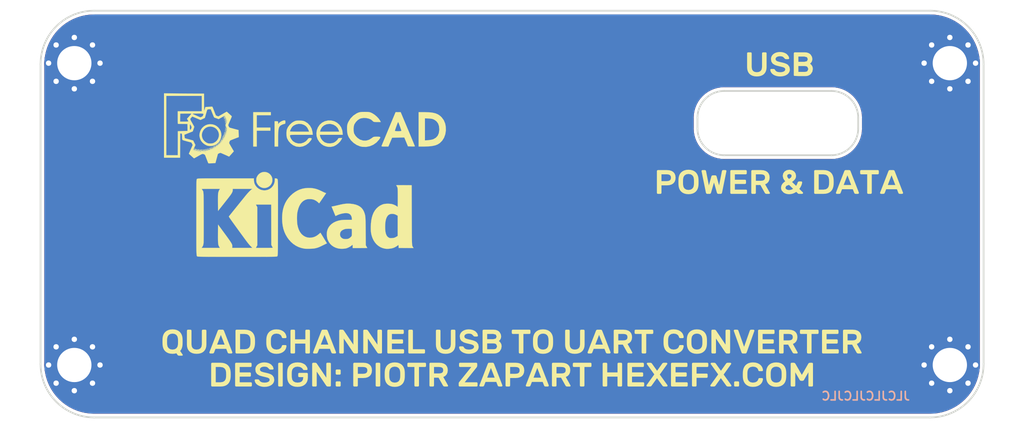
<source format=kicad_pcb>
(kicad_pcb (version 20211014) (generator pcbnew)
  (layers (0 "F.Cu" signal) (31 "B.Cu" signal) (34 "B.Paste" user) (35 "F.Paste" user) (36 "B.SilkS" user "B.Silkscreen") (37 "F.SilkS" user "F.Silkscreen") (38 "B.Mask" user) (39 "F.Mask" user) (44 "Edge.Cuts" user))
  (net 0 "")
  (net 1 "GND")
  (footprint "kibuzzard-62F53096" (layer "F.Cu") (at 158 111)
    (fp_text reference "kibuzzard-62F53096" hide)
    (fp_text value "G***" hide)
  )
  (footprint "MountingHole:MountingHole_3.2mm_M3_Pad_Via" (layer "F.Cu") (at 198.85 110.1)
    (fp_text reference "H2" hide)
    (fp_text value "MountingHole_Pad")
    (pad "1" thru_hole circle locked (at -1.697056 -1.697056) (size 0.8 0.8) (drill 0.5) (layers *.Cu *.Mask) (net 1 "GND"))
    (pad "1" thru_hole circle locked (at -2.4 0) (size 0.8 0.8) (drill 0.5) (layers *.Cu *.Mask) (net 1 "GND"))
    (pad "1" thru_hole circle locked (at 0 0) (size 5.6 5.6) (drill 3.2) (layers *.Cu *.Mask) (net 1 "GND"))
    (pad "1" thru_hole circle locked (at 1.697056 1.697056) (size 0.8 0.8) (drill 0.5) (layers *.Cu *.Mask) (net 1 "GND"))
    (pad "1" thru_hole circle locked (at -1.697056 1.697056) (size 0.8 0.8) (drill 0.5) (layers *.Cu *.Mask) (net 1 "GND"))
    (pad "1" thru_hole circle locked (at 1.697056 -1.697056) (size 0.8 0.8) (drill 0.5) (layers *.Cu *.Mask) (net 1 "GND"))
    (pad "1" thru_hole circle locked (at 0 2.4) (size 0.8 0.8) (drill 0.5) (layers *.Cu *.Mask) (net 1 "GND"))
    (pad "1" thru_hole circle locked (at 0 -2.4) (size 0.8 0.8) (drill 0.5) (layers *.Cu *.Mask) (net 1 "GND"))
    (pad "1" thru_hole circle locked (at 2.4 0) (size 0.8 0.8) (drill 0.5) (layers *.Cu *.Mask) (net 1 "GND"))
  )
  (footprint "kibuzzard-62F4FBC6" (layer "F.Cu") (at 183 82)
    (fp_text reference "kibuzzard-62F4FBC6" hide)
    (fp_text value "G***" hide)
  )
  (footprint "MountingHole:MountingHole_3.2mm_M3_Pad_Via" (layer "F.Cu") (at 198.85 81.9)
    (fp_text reference "H3" hide)
    (fp_text value "MountingHole_Pad")
    (pad "1" thru_hole circle locked (at 1.697056 -1.697056) (size 0.8 0.8) (drill 0.5) (layers *.Cu *.Mask) (net 1 "GND"))
    (pad "1" thru_hole circle locked (at -2.4 0) (size 0.8 0.8) (drill 0.5) (layers *.Cu *.Mask) (net 1 "GND"))
    (pad "1" thru_hole circle locked (at 2.4 0) (size 0.8 0.8) (drill 0.5) (layers *.Cu *.Mask) (net 1 "GND"))
    (pad "1" thru_hole circle locked (at 1.697056 1.697056) (size 0.8 0.8) (drill 0.5) (layers *.Cu *.Mask) (net 1 "GND"))
    (pad "1" thru_hole circle locked (at 0 -2.4) (size 0.8 0.8) (drill 0.5) (layers *.Cu *.Mask) (net 1 "GND"))
    (pad "1" thru_hole circle locked (at 0 0) (size 5.6 5.6) (drill 3.2) (layers *.Cu *.Mask) (net 1 "GND"))
    (pad "1" thru_hole circle locked (at 0 2.4) (size 0.8 0.8) (drill 0.5) (layers *.Cu *.Mask) (net 1 "GND"))
    (pad "1" thru_hole circle locked (at -1.697056 1.697056) (size 0.8 0.8) (drill 0.5) (layers *.Cu *.Mask) (net 1 "GND"))
    (pad "1" thru_hole circle locked (at -1.697056 -1.697056) (size 0.8 0.8) (drill 0.5) (layers *.Cu *.Mask) (net 1 "GND"))
  )
  (footprint "LOGO" (layer "F.Cu") (at 129 88)
    (fp_text reference "G***" hide)
    (fp_text value "LOGO" hide)
  )
  (footprint "kibuzzard-62F4FC1A" (layer "F.Cu") (at 158 108)
    (fp_text reference "kibuzzard-62F4FC1A" hide)
    (fp_text value "G***" hide)
  )
  (footprint "Symbol:KiCad-Logo2_8mm_SilkScreen" (layer "F.Cu") (at 138.662389 96)
    (fp_text reference "REF**" hide)
    (fp_text value "KiCad-Logo2_8mm_SilkScreen" hide)
  )
  (footprint "MountingHole:MountingHole_3.2mm_M3_Pad_Via" (layer "F.Cu") (at 117.15 81.9)
    (fp_text reference "H1" hide)
    (fp_text value "MountingHole_Pad")
    (pad "1" thru_hole circle locked (at 2.4 0) (size 0.8 0.8) (drill 0.5) (layers *.Cu *.Mask) (net 1 "GND"))
    (pad "1" thru_hole circle locked (at -1.697056 1.697056) (size 0.8 0.8) (drill 0.5) (layers *.Cu *.Mask) (net 1 "GND"))
    (pad "1" thru_hole circle locked (at 0 0) (size 5.6 5.6) (drill 3.2) (layers *.Cu *.Mask) (net 1 "GND"))
    (pad "1" thru_hole circle locked (at 1.697056 1.697056) (size 0.8 0.8) (drill 0.5) (layers *.Cu *.Mask) (net 1 "GND"))
    (pad "1" thru_hole circle locked (at 1.697056 -1.697056) (size 0.8 0.8) (drill 0.5) (layers *.Cu *.Mask) (net 1 "GND"))
    (pad "1" thru_hole circle locked (at 0 -2.4) (size 0.8 0.8) (drill 0.5) (layers *.Cu *.Mask) (net 1 "GND"))
    (pad "1" thru_hole circle locked (at 0 2.4) (size 0.8 0.8) (drill 0.5) (layers *.Cu *.Mask) (net 1 "GND"))
    (pad "1" thru_hole circle locked (at -2.4 0) (size 0.8 0.8) (drill 0.5) (layers *.Cu *.Mask) (net 1 "GND"))
    (pad "1" thru_hole circle locked (at -1.697056 -1.697056) (size 0.8 0.8) (drill 0.5) (layers *.Cu *.Mask) (net 1 "GND"))
  )
  (footprint "MountingHole:MountingHole_3.2mm_M3_Pad_Via" (layer "F.Cu") (at 117.15 110.1)
    (fp_text reference "H4" hide)
    (fp_text value "MountingHole_Pad")
    (pad "1" thru_hole circle locked (at 0 -2.4) (size 0.8 0.8) (drill 0.5) (layers *.Cu *.Mask) (net 1 "GND"))
    (pad "1" thru_hole circle locked (at -1.697056 -1.697056) (size 0.8 0.8) (drill 0.5) (layers *.Cu *.Mask) (net 1 "GND"))
    (pad "1" thru_hole circle locked (at 0 2.4) (size 0.8 0.8) (drill 0.5) (layers *.Cu *.Mask) (net 1 "GND"))
    (pad "1" thru_hole circle locked (at 0 0) (size 5.6 5.6) (drill 3.2) (layers *.Cu *.Mask) (net 1 "GND"))
    (pad "1" thru_hole circle locked (at 1.697056 -1.697056) (size 0.8 0.8) (drill 0.5) (layers *.Cu *.Mask) (net 1 "GND"))
    (pad "1" thru_hole circle locked (at 2.4 0) (size 0.8 0.8) (drill 0.5) (layers *.Cu *.Mask) (net 1 "GND"))
    (pad "1" thru_hole circle locked (at -2.4 0) (size 0.8 0.8) (drill 0.5) (layers *.Cu *.Mask) (net 1 "GND"))
    (pad "1" thru_hole circle locked (at 1.697056 1.697056) (size 0.8 0.8) (drill 0.5) (layers *.Cu *.Mask) (net 1 "GND"))
    (pad "1" thru_hole circle locked (at -1.697056 1.697056) (size 0.8 0.8) (drill 0.5) (layers *.Cu *.Mask) (net 1 "GND"))
  )
  (footprint "LOGO" (layer "F.Cu") (at 143 88)
    (fp_text reference "G***" hide)
    (fp_text value "LOGO" hide)
  )
  (footprint "kibuzzard-62F4FBD3" (layer "F.Cu") (at 183 93)
    (fp_text reference "kibuzzard-62F4FBD3" hide)
    (fp_text value "G***" hide)
  )
  (gr_line (start 202 82) (end 202 110) (layer "Edge.Cuts") (width 0.16))
  (gr_line (start 177.8 90.5) (end 187.8 90.5) (layer "Edge.Cuts") (width 0.16))
  (gr_line (start 119 77) (end 197 77) (layer "Edge.Cuts") (width 0.16))
  (gr_line (start 197 115) (end 119 115) (layer "Edge.Cuts") (width 0.16))
  (gr_arc (start 202 110) (mid 200.535534 113.535534) (end 197 115) (layer "Edge.Cuts") (width 0.16))
  (gr_arc (start 175.3 87) (mid 176.032233 85.232233) (end 177.8 84.5) (layer "Edge.Cuts") (width 0.16))
  (gr_arc (start 119 115) (mid 115.464466 113.535534) (end 114 110) (layer "Edge.Cuts") (width 0.16))
  (gr_arc (start 197 77) (mid 200.535534 78.464466) (end 202 82) (layer "Edge.Cuts") (width 0.16))
  (gr_arc (start 177.8 90.5) (mid 176.032233 89.767767) (end 175.3 88) (layer "Edge.Cuts") (width 0.16))
  (gr_line (start 114 110) (end 114 82) (layer "Edge.Cuts") (width 0.16))
  (gr_line (start 187.8 84.5) (end 177.8 84.5) (layer "Edge.Cuts") (width 0.16))
  (gr_arc (start 187.8 84.5) (mid 189.567767 85.232233) (end 190.3 87) (layer "Edge.Cuts") (width 0.16))
  (gr_arc (start 114 82) (mid 115.464466 78.464466) (end 119 77) (layer "Edge.Cuts") (width 0.16))
  (gr_arc (start 190.3 88) (mid 189.567767 89.767767) (end 187.8 90.5) (layer "Edge.Cuts") (width 0.16))
  (gr_line (start 175.3 87) (end 175.3 88) (layer "Edge.Cuts") (width 0.16))
  (gr_line (start 190.3 88) (end 190.3 87) (layer "Edge.Cuts") (width 0.16))
  (gr_text "JLCJLCJLCJLC" (at 191 113) (layer "B.SilkS") (effects (font (size 0.8 0.8)) (justify mirror)))
  (zone (net 1) (net_name "GND") (layers F&B.Cu) (connect_pads yes (clearance 0.35)) (min_thickness 0.254) (fill yes (thermal_gap 0.508) (thermal_bridge_width 0.508))
    (polygon (pts (xy 203 116) (xy 113 116) (xy 113 76) (xy 203 76)))
  )
)
</source>
